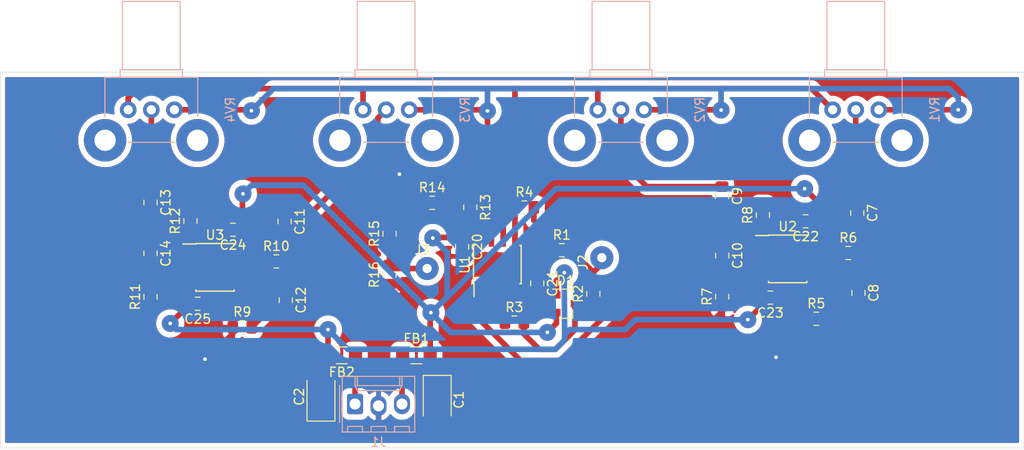
<source format=kicad_pcb>
(kicad_pcb (version 20171130) (host pcbnew 5.1.5+dfsg1-2build2)
  (layers (0 F.Cu signal) (31 B.Cu signal) (34 B.Paste user) (35 F.Paste user) (36 B.SilkS user) (37 F.SilkS user) (38 B.Mask user) (39 F.Mask user) (44 Edge.Cuts user))
  (net 0 "")
  (net 1 GND)
  (net 2 +5V)
  (net 3 -5V)
  (net 4 "Net-(C7-Pad2)")
  (net 5 "Net-(C7-Pad1)")
  (net 6 "Net-(C8-Pad2)")
  (net 7 "Net-(C10-Pad1)")
  (net 8 "Net-(C9-Pad1)")
  (net 9 "Net-(C10-Pad2)")
  (net 10 "Net-(C11-Pad2)")
  (net 11 "Net-(C11-Pad1)")
  (net 12 "Net-(C12-Pad2)")
  (net 13 "Net-(C13-Pad2)")
  (net 14 "Net-(C13-Pad1)")
  (net 15 "Net-(C14-Pad2)")
  (net 16 "Net-(D1-Pad3)")
  (net 17 "Net-(FB1-Pad1)")
  (net 18 "Net-(FB2-Pad1)")
  (net 19 "Net-(J2-Pad1)")
  (net 20 "Net-(J3-Pad1)")
  (net 21 "Net-(R3-Pad1)")
  (net 22 "Net-(R4-Pad2)")
  (net 23 "Net-(R4-Pad1)")
  (net 24 "Net-(R6-Pad1)")
  (net 25 "Net-(R8-Pad1)")
  (net 26 "Net-(R10-Pad1)")
  (net 27 "Net-(R12-Pad1)")
  (net 28 "Net-(R13-Pad2)")
  (net 29 "Net-(R13-Pad1)")
  (module synkie_footprints:SOIC-8_3.9x4.9mm_P1.27mm (layer F.Cu) (at 48.6334 46.5074)
    (fp_text reference U3 (at 0 -3.5) (layer F.SilkS))
    (fp_text value LMH6643)
    (pad 8 smd rect (at 2.7 -1.905) (size 1.55 0.6) (layers F.Cu F.Paste F.Mask) (net 2 +5V))
    (pad 7 smd rect (at 2.7 -0.635) (size 1.55 0.6) (layers F.Cu F.Paste F.Mask) (net 26 "Net-(R10-Pad1)"))
    (pad 6 smd rect (at 2.7 0.635) (size 1.55 0.6) (layers F.Cu F.Paste F.Mask) (net 26 "Net-(R10-Pad1)"))
    (pad 5 smd rect (at 2.7 1.905) (size 1.55 0.6) (layers F.Cu F.Paste F.Mask) (net 12 "Net-(C12-Pad2)"))
    (pad 4 smd rect (at -2.7 1.905) (size 1.55 0.6) (layers F.Cu F.Paste F.Mask) (net 3 -5V))
    (pad 3 smd rect (at -2.7 0.635) (size 1.55 0.6) (layers F.Cu F.Paste F.Mask) (net 15 "Net-(C14-Pad2)"))
    (pad 2 smd rect (at -2.7 -0.635) (size 1.55 0.6) (layers F.Cu F.Paste F.Mask) (net 27 "Net-(R12-Pad1)"))
    (pad 1 smd rect (at -2.7 -1.905) (size 1.55 0.6) (layers F.Cu F.Paste F.Mask) (net 27 "Net-(R12-Pad1)"))
  )
  (module synkie_footprints:SOIC-8_3.9x4.9mm_P1.27mm (layer F.Cu) (at 110.584 45.593)
    (fp_text reference U2 (at 0 -3.5) (layer F.SilkS))
    (fp_text value LMH6643)
    (pad 8 smd rect (at 2.7 -1.905) (size 1.55 0.6) (layers F.Cu F.Paste F.Mask) (net 2 +5V))
    (pad 7 smd rect (at 2.7 -0.635) (size 1.55 0.6) (layers F.Cu F.Paste F.Mask) (net 24 "Net-(R6-Pad1)"))
    (pad 6 smd rect (at 2.7 0.635) (size 1.55 0.6) (layers F.Cu F.Paste F.Mask) (net 24 "Net-(R6-Pad1)"))
    (pad 5 smd rect (at 2.7 1.905) (size 1.55 0.6) (layers F.Cu F.Paste F.Mask) (net 6 "Net-(C8-Pad2)"))
    (pad 4 smd rect (at -2.7 1.905) (size 1.55 0.6) (layers F.Cu F.Paste F.Mask) (net 3 -5V))
    (pad 3 smd rect (at -2.7 0.635) (size 1.55 0.6) (layers F.Cu F.Paste F.Mask) (net 9 "Net-(C10-Pad2)"))
    (pad 2 smd rect (at -2.7 -0.635) (size 1.55 0.6) (layers F.Cu F.Paste F.Mask) (net 25 "Net-(R8-Pad1)"))
    (pad 1 smd rect (at -2.7 -1.905) (size 1.55 0.6) (layers F.Cu F.Paste F.Mask) (net 25 "Net-(R8-Pad1)"))
  )
  (module synkie_footprints:SOIC-8_3.9x4.9mm_P1.27mm (layer F.Cu) (at 79.1718 46.2026 90)
    (fp_text reference U1 (at 0 -3.5 90) (layer F.SilkS))
    (fp_text value LMH6643)
    (pad 8 smd rect (at 2.7 -1.905 90) (size 1.55 0.6) (layers F.Cu F.Paste F.Mask) (net 2 +5V))
    (pad 7 smd rect (at 2.7 -0.635 90) (size 1.55 0.6) (layers F.Cu F.Paste F.Mask) (net 28 "Net-(R13-Pad2)"))
    (pad 6 smd rect (at 2.7 0.635 90) (size 1.55 0.6) (layers F.Cu F.Paste F.Mask) (net 29 "Net-(R13-Pad1)"))
    (pad 5 smd rect (at 2.7 1.905 90) (size 1.55 0.6) (layers F.Cu F.Paste F.Mask) (net 23 "Net-(R4-Pad1)"))
    (pad 4 smd rect (at -2.7 1.905 90) (size 1.55 0.6) (layers F.Cu F.Paste F.Mask) (net 3 -5V))
    (pad 3 smd rect (at -2.7 0.635 90) (size 1.55 0.6) (layers F.Cu F.Paste F.Mask) (net 21 "Net-(R3-Pad1)"))
    (pad 2 smd rect (at -2.7 -0.635 90) (size 1.55 0.6) (layers F.Cu F.Paste F.Mask) (net 22 "Net-(R4-Pad2)"))
    (pad 1 smd rect (at -2.7 -1.905 90) (size 1.55 0.6) (layers F.Cu F.Paste F.Mask) (net 22 "Net-(R4-Pad2)"))
  )
  (module synkie_footprints:Potentiometer_Alps_RK09K_Single_Horizontal (layer B.Cu) (at 39.243 29.464 90)
    (fp_text reference RV4 (at 0 11.05 90) (layer B.SilkS) (effects (justify mirror)))
    (fp_text value R_POT)
    (pad "" thru_hole circle (at -3.3 -2.5 90) (size 4.6 4.6) (drill 2.3) (layers *.Cu *.Mask))
    (pad "" thru_hole circle (at -3.3 7.5 90) (size 4.6 4.6) (drill 2.3) (layers *.Cu *.Mask))
    (pad 1 thru_hole circle (at 0 0 90) (size 1.8 1.8) (drill 1) (layers *.Cu *.Mask) (net 23 "Net-(R4-Pad1)"))
    (pad 2 thru_hole circle (at 0 2.5 90) (size 1.8 1.8) (drill 1) (layers *.Cu *.Mask) (net 14 "Net-(C13-Pad1)"))
    (pad 3 thru_hole circle (at 0 5 90) (size 1.8 1.8) (drill 1) (layers *.Cu *.Mask) (net 29 "Net-(R13-Pad1)"))
  )
  (module synkie_footprints:Potentiometer_Alps_RK09K_Single_Horizontal (layer B.Cu) (at 64.643 29.464 90)
    (fp_text reference RV3 (at 0 11.05 90) (layer B.SilkS) (effects (justify mirror)))
    (fp_text value R_POT)
    (pad "" thru_hole circle (at -3.3 -2.5 90) (size 4.6 4.6) (drill 2.3) (layers *.Cu *.Mask))
    (pad "" thru_hole circle (at -3.3 7.5 90) (size 4.6 4.6) (drill 2.3) (layers *.Cu *.Mask))
    (pad 1 thru_hole circle (at 0 0 90) (size 1.8 1.8) (drill 1) (layers *.Cu *.Mask) (net 23 "Net-(R4-Pad1)"))
    (pad 2 thru_hole circle (at 0 2.5 90) (size 1.8 1.8) (drill 1) (layers *.Cu *.Mask) (net 11 "Net-(C11-Pad1)"))
    (pad 3 thru_hole circle (at 0 5 90) (size 1.8 1.8) (drill 1) (layers *.Cu *.Mask) (net 29 "Net-(R13-Pad1)"))
  )
  (module synkie_footprints:Potentiometer_Alps_RK09K_Single_Horizontal (layer B.Cu) (at 90.043 29.464 90)
    (fp_text reference RV2 (at 0 11.05 90) (layer B.SilkS) (effects (justify mirror)))
    (fp_text value R_POT)
    (pad "" thru_hole circle (at -3.3 -2.5 90) (size 4.6 4.6) (drill 2.3) (layers *.Cu *.Mask))
    (pad "" thru_hole circle (at -3.3 7.5 90) (size 4.6 4.6) (drill 2.3) (layers *.Cu *.Mask))
    (pad 1 thru_hole circle (at 0 0 90) (size 1.8 1.8) (drill 1) (layers *.Cu *.Mask) (net 23 "Net-(R4-Pad1)"))
    (pad 2 thru_hole circle (at 0 2.5 90) (size 1.8 1.8) (drill 1) (layers *.Cu *.Mask) (net 8 "Net-(C9-Pad1)"))
    (pad 3 thru_hole circle (at 0 5 90) (size 1.8 1.8) (drill 1) (layers *.Cu *.Mask) (net 29 "Net-(R13-Pad1)"))
  )
  (module synkie_footprints:Potentiometer_Alps_RK09K_Single_Horizontal (layer B.Cu) (at 115.443 29.464 90)
    (fp_text reference RV1 (at 0 11.05 270) (layer B.SilkS) (effects (justify mirror)))
    (fp_text value R_POT)
    (pad "" thru_hole circle (at -3.3 -2.5 90) (size 4.6 4.6) (drill 2.3) (layers *.Cu *.Mask))
    (pad "" thru_hole circle (at -3.3 7.5 90) (size 4.6 4.6) (drill 2.3) (layers *.Cu *.Mask))
    (pad 1 thru_hole circle (at 0 0 90) (size 1.8 1.8) (drill 1) (layers *.Cu *.Mask) (net 23 "Net-(R4-Pad1)"))
    (pad 2 thru_hole circle (at 0 2.5 90) (size 1.8 1.8) (drill 1) (layers *.Cu *.Mask) (net 5 "Net-(C7-Pad1)"))
    (pad 3 thru_hole circle (at 0 5 90) (size 1.8 1.8) (drill 1) (layers *.Cu *.Mask) (net 29 "Net-(R13-Pad1)"))
  )
  (module synkie_footprints:R_0805_2012Metric_Pad1.15x1.40mm_HandSolder (layer F.Cu) (at 67.5132 47.3038 90)
    (fp_text reference R16 (at 0 -1.65 90) (layer F.SilkS))
    (fp_text value 75)
    (pad 2 smd roundrect (at 1.025 0 90) (size 1.15 1.4) (layers F.Cu F.Paste F.Mask) (roundrect_rratio 0.217391) (net 20 "Net-(J3-Pad1)"))
    (pad 1 smd roundrect (at -1.025 0 90) (size 1.15 1.4) (layers F.Cu F.Paste F.Mask) (roundrect_rratio 0.217391) (net 1 GND))
  )
  (module synkie_footprints:R_0805_2012Metric_Pad1.15x1.40mm_HandSolder (layer F.Cu) (at 67.5132 42.8662 90)
    (fp_text reference R15 (at 0 -1.65 90) (layer F.SilkS))
    (fp_text value 75)
    (pad 2 smd roundrect (at 1.025 0 90) (size 1.15 1.4) (layers F.Cu F.Paste F.Mask) (roundrect_rratio 0.217391) (net 28 "Net-(R13-Pad2)"))
    (pad 1 smd roundrect (at -1.025 0 90) (size 1.15 1.4) (layers F.Cu F.Paste F.Mask) (roundrect_rratio 0.217391) (net 20 "Net-(J3-Pad1)"))
  )
  (module synkie_footprints:R_0805_2012Metric_Pad1.15x1.40mm_HandSolder (layer F.Cu) (at 72.127 39.5224)
    (fp_text reference R14 (at 0 -1.65) (layer F.SilkS))
    (fp_text value 10k)
    (pad 2 smd roundrect (at 1.025 0) (size 1.15 1.4) (layers F.Cu F.Paste F.Mask) (roundrect_rratio 0.217391) (net 29 "Net-(R13-Pad1)"))
    (pad 1 smd roundrect (at -1.025 0) (size 1.15 1.4) (layers F.Cu F.Paste F.Mask) (roundrect_rratio 0.217391) (net 1 GND))
  )
  (module synkie_footprints:R_0805_2012Metric_Pad1.15x1.40mm_HandSolder (layer F.Cu) (at 76.2508 40.0214 270)
    (fp_text reference R13 (at 0 -1.65 90) (layer F.SilkS))
    (fp_text value 10k)
    (pad 2 smd roundrect (at 1.025 0 270) (size 1.15 1.4) (layers F.Cu F.Paste F.Mask) (roundrect_rratio 0.217391) (net 28 "Net-(R13-Pad2)"))
    (pad 1 smd roundrect (at -1.025 0 270) (size 1.15 1.4) (layers F.Cu F.Paste F.Mask) (roundrect_rratio 0.217391) (net 29 "Net-(R13-Pad1)"))
  )
  (module synkie_footprints:R_0805_2012Metric_Pad1.15x1.40mm_HandSolder (layer F.Cu) (at 45.974 41.4946 90)
    (fp_text reference R12 (at 0 -1.65 90) (layer F.SilkS))
    (fp_text value 100)
    (pad 2 smd roundrect (at 1.025 0 90) (size 1.15 1.4) (layers F.Cu F.Paste F.Mask) (roundrect_rratio 0.217391) (net 13 "Net-(C13-Pad2)"))
    (pad 1 smd roundrect (at -1.025 0 90) (size 1.15 1.4) (layers F.Cu F.Paste F.Mask) (roundrect_rratio 0.217391) (net 27 "Net-(R12-Pad1)"))
  )
  (module synkie_footprints:R_0805_2012Metric_Pad1.15x1.40mm_HandSolder (layer F.Cu) (at 41.656 49.6988 90)
    (fp_text reference R11 (at 0 -1.65 90) (layer F.SilkS))
    (fp_text value ?)
    (pad 2 smd roundrect (at 1.025 0 90) (size 1.15 1.4) (layers F.Cu F.Paste F.Mask) (roundrect_rratio 0.217391) (net 15 "Net-(C14-Pad2)"))
    (pad 1 smd roundrect (at -1.025 0 90) (size 1.15 1.4) (layers F.Cu F.Paste F.Mask) (roundrect_rratio 0.217391) (net 1 GND))
  )
  (module synkie_footprints:R_0805_2012Metric_Pad1.15x1.40mm_HandSolder (layer F.Cu) (at 55.2614 45.8724)
    (fp_text reference R10 (at 0 -1.65) (layer F.SilkS))
    (fp_text value 75)
    (pad 2 smd roundrect (at 1.025 0) (size 1.15 1.4) (layers F.Cu F.Paste F.Mask) (roundrect_rratio 0.217391) (net 10 "Net-(C11-Pad2)"))
    (pad 1 smd roundrect (at -1.025 0) (size 1.15 1.4) (layers F.Cu F.Paste F.Mask) (roundrect_rratio 0.217391) (net 26 "Net-(R10-Pad1)"))
  )
  (module synkie_footprints:R_0805_2012Metric_Pad1.15x1.40mm_HandSolder (layer F.Cu) (at 51.5784 52.9844)
    (fp_text reference R9 (at 0 -1.65) (layer F.SilkS))
    (fp_text value 16k)
    (pad 1 smd roundrect (at -1.025 0) (size 1.15 1.4) (layers F.Cu F.Paste F.Mask) (roundrect_rratio 0.217391) (net 1 GND))
    (pad 2 smd roundrect (at 1.025 0) (size 1.15 1.4) (layers F.Cu F.Paste F.Mask) (roundrect_rratio 0.217391) (net 12 "Net-(C12-Pad2)"))
  )
  (module synkie_footprints:R_0805_2012Metric_Pad1.15x1.40mm_HandSolder (layer F.Cu) (at 107.8992 40.8522 90)
    (fp_text reference R8 (at 0 -1.65 90) (layer F.SilkS))
    (fp_text value 100)
    (pad 2 smd roundrect (at 1.025 0 90) (size 1.15 1.4) (layers F.Cu F.Paste F.Mask) (roundrect_rratio 0.217391) (net 7 "Net-(C10-Pad1)"))
    (pad 1 smd roundrect (at -1.025 0 90) (size 1.15 1.4) (layers F.Cu F.Paste F.Mask) (roundrect_rratio 0.217391) (net 25 "Net-(R8-Pad1)"))
  )
  (module synkie_footprints:R_0805_2012Metric_Pad1.15x1.40mm_HandSolder (layer F.Cu) (at 103.505 49.6824 90)
    (fp_text reference R7 (at 0 -1.65 90) (layer F.SilkS))
    (fp_text value 100k)
    (pad 2 smd roundrect (at 1.025 0 90) (size 1.15 1.4) (layers F.Cu F.Paste F.Mask) (roundrect_rratio 0.217391) (net 9 "Net-(C10-Pad2)"))
    (pad 1 smd roundrect (at -1.025 0 90) (size 1.15 1.4) (layers F.Cu F.Paste F.Mask) (roundrect_rratio 0.217391) (net 1 GND))
  )
  (module synkie_footprints:R_0805_2012Metric_Pad1.15x1.40mm_HandSolder (layer F.Cu) (at 117.1358 44.958)
    (fp_text reference R6 (at 0 -1.65) (layer F.SilkS))
    (fp_text value 100)
    (pad 2 smd roundrect (at 1.025 0) (size 1.15 1.4) (layers F.Cu F.Paste F.Mask) (roundrect_rratio 0.217391) (net 4 "Net-(C7-Pad2)"))
    (pad 1 smd roundrect (at -1.025 0) (size 1.15 1.4) (layers F.Cu F.Paste F.Mask) (roundrect_rratio 0.217391) (net 24 "Net-(R6-Pad1)"))
  )
  (module synkie_footprints:R_0805_2012Metric_Pad1.15x1.40mm_HandSolder (layer F.Cu) (at 113.674 52.07)
    (fp_text reference R5 (at 0 -1.65) (layer F.SilkS))
    (fp_text value 1M)
    (pad 2 smd roundrect (at 1.025 0) (size 1.15 1.4) (layers F.Cu F.Paste F.Mask) (roundrect_rratio 0.217391) (net 6 "Net-(C8-Pad2)"))
    (pad 1 smd roundrect (at -1.025 0) (size 1.15 1.4) (layers F.Cu F.Paste F.Mask) (roundrect_rratio 0.217391) (net 1 GND))
  )
  (module synkie_footprints:R_0805_2012Metric_Pad1.15x1.40mm_HandSolder (layer F.Cu) (at 82.1018 40.0304)
    (fp_text reference R4 (at 0 -1.65) (layer F.SilkS))
    (fp_text value 10k)
    (pad 2 smd roundrect (at 1.025 0) (size 1.15 1.4) (layers F.Cu F.Paste F.Mask) (roundrect_rratio 0.217391) (net 22 "Net-(R4-Pad2)"))
    (pad 1 smd roundrect (at -1.025 0) (size 1.15 1.4) (layers F.Cu F.Paste F.Mask) (roundrect_rratio 0.217391) (net 23 "Net-(R4-Pad1)"))
  )
  (module synkie_footprints:R_0805_2012Metric_Pad1.15x1.40mm_HandSolder (layer F.Cu) (at 81.017 52.4764)
    (fp_text reference R3 (at 0 -1.65) (layer F.SilkS))
    (fp_text value 1k)
    (pad 2 smd roundrect (at 1.025 0) (size 1.15 1.4) (layers F.Cu F.Paste F.Mask) (roundrect_rratio 0.217391) (net 16 "Net-(D1-Pad3)"))
    (pad 1 smd roundrect (at -1.025 0) (size 1.15 1.4) (layers F.Cu F.Paste F.Mask) (roundrect_rratio 0.217391) (net 21 "Net-(R3-Pad1)"))
  )
  (module synkie_footprints:R_0805_2012Metric_Pad1.15x1.40mm_HandSolder (layer F.Cu) (at 89.5604 49.3686 90)
    (fp_text reference R2 (at 0 -1.65 90) (layer F.SilkS))
    (fp_text value 75)
    (pad 2 smd roundrect (at 1.025 0 90) (size 1.15 1.4) (layers F.Cu F.Paste F.Mask) (roundrect_rratio 0.217391) (net 19 "Net-(J2-Pad1)"))
    (pad 1 smd roundrect (at -1.025 0 90) (size 1.15 1.4) (layers F.Cu F.Paste F.Mask) (roundrect_rratio 0.217391) (net 16 "Net-(D1-Pad3)"))
  )
  (module synkie_footprints:R_0805_2012Metric_Pad1.15x1.40mm_HandSolder (layer F.Cu) (at 86.1478 44.6532)
    (fp_text reference R1 (at 0 -1.65) (layer F.SilkS))
    (fp_text value 10k)
    (pad 2 smd roundrect (at 1.025 0) (size 1.15 1.4) (layers F.Cu F.Paste F.Mask) (roundrect_rratio 0.217391) (net 19 "Net-(J2-Pad1)"))
    (pad 1 smd roundrect (at -1.025 0) (size 1.15 1.4) (layers F.Cu F.Paste F.Mask) (roundrect_rratio 0.217391) (net 1 GND))
  )
  (module synkie_footprints:Solderpad_1mm (layer F.Cu) (at 71.0692 46.3804 180)
    (fp_text reference J3 (at 0 1.778) (layer F.SilkS))
    (fp_text value OUT)
    (pad 1 thru_hole circle (at -0.508 -0.254 180) (size 2.5 2.5) (drill 1) (layers *.Cu *.Mask) (net 20 "Net-(J3-Pad1)"))
  )
  (module synkie_footprints:Solderpad_1mm (layer F.Cu) (at 90.2208 45.974 270)
    (fp_text reference J2 (at 0 1.778 90) (layer F.SilkS))
    (fp_text value IN)
    (pad 1 thru_hole circle (at -0.508 -0.254 270) (size 2.5 2.5) (drill 1) (layers *.Cu *.Mask) (net 19 "Net-(J2-Pad1)"))
  )
  (module synkie_footprints:Molex_KK-254_AE-6410-03A_1x03_P2.54mm_Vertical (layer B.Cu) (at 63.7794 61.2934)
    (fp_text reference J1 (at 2.54 4.12) (layer B.SilkS) (effects (justify mirror)))
    (fp_text value Power)
    (pad 3 thru_hole oval (at 5.08 0) (size 1.74 2.2) (drill 1.2) (layers *.Cu *.Mask) (net 17 "Net-(FB1-Pad1)"))
    (pad 2 thru_hole oval (at 2.54 0.2) (size 1.74 2.2) (drill 1.2) (layers *.Cu *.Mask) (net 1 GND))
    (pad 1 thru_hole roundrect (at 0 0) (size 1.74 2.2) (drill 1.2) (layers *.Cu *.Mask) (roundrect_rratio 0.143678) (net 18 "Net-(FB2-Pad1)"))
  )
  (module synkie_footprints:L_1206_3216Metric_Pad1.42x1.75mm_HandSolder (layer F.Cu) (at 62.3459 56.0324 180)
    (fp_text reference FB2 (at 0 -1.82) (layer F.SilkS))
    (fp_text value 330u)
    (pad 2 smd roundrect (at 1.4875 0 180) (size 1.425 1.75) (layers F.Cu F.Paste F.Mask) (roundrect_rratio 0.175439) (net 3 -5V))
    (pad 1 smd roundrect (at -1.4875 0 180) (size 1.425 1.75) (layers F.Cu F.Paste F.Mask) (roundrect_rratio 0.175439) (net 18 "Net-(FB2-Pad1)"))
  )
  (module synkie_footprints:L_1206_3216Metric_Pad1.42x1.75mm_HandSolder (layer F.Cu) (at 70.4199 56.0324)
    (fp_text reference FB1 (at 0 -1.82) (layer F.SilkS))
    (fp_text value 330u)
    (pad 2 smd roundrect (at 1.4875 0) (size 1.425 1.75) (layers F.Cu F.Paste F.Mask) (roundrect_rratio 0.175439) (net 2 +5V))
    (pad 1 smd roundrect (at -1.4875 0) (size 1.425 1.75) (layers F.Cu F.Paste F.Mask) (roundrect_rratio 0.175439) (net 17 "Net-(FB1-Pad1)"))
  )
  (module synkie_footprints:SOT-23 (layer F.Cu) (at 86.5632 50.4444)
    (fp_text reference D1 (at 0 -2.5) (layer F.SilkS))
    (fp_text value BAT54S)
    (pad 3 smd rect (at 1 0) (size 0.9 0.8) (layers F.Cu F.Paste F.Mask) (net 16 "Net-(D1-Pad3)"))
    (pad 2 smd rect (at -1 0.95) (size 0.9 0.8) (layers F.Cu F.Paste F.Mask) (net 2 +5V))
    (pad 1 smd rect (at -1 -0.95) (size 0.9 0.8) (layers F.Cu F.Paste F.Mask) (net 3 -5V))
  )
  (module synkie_footprints:C_0805_2012Metric_Pad1.15x1.40mm_HandSolder (layer F.Cu) (at 46.7614 50.4444 180)
    (fp_text reference C25 (at 0 -1.65) (layer F.SilkS))
    (fp_text value 100n)
    (pad 2 smd roundrect (at 1.025 0 180) (size 1.15 1.4) (layers F.Cu F.Paste F.Mask) (roundrect_rratio 0.217391) (net 3 -5V))
    (pad 1 smd roundrect (at -1.025 0 180) (size 1.15 1.4) (layers F.Cu F.Paste F.Mask) (roundrect_rratio 0.217391) (net 1 GND))
  )
  (module synkie_footprints:C_0805_2012Metric_Pad1.15x1.40mm_HandSolder (layer F.Cu) (at 50.5714 42.4434 180)
    (fp_text reference C24 (at 0 -1.65) (layer F.SilkS))
    (fp_text value 100n)
    (pad 2 smd roundrect (at 1.025 0 180) (size 1.15 1.4) (layers F.Cu F.Paste F.Mask) (roundrect_rratio 0.217391) (net 1 GND))
    (pad 1 smd roundrect (at -1.025 0 180) (size 1.15 1.4) (layers F.Cu F.Paste F.Mask) (roundrect_rratio 0.217391) (net 2 +5V))
  )
  (module synkie_footprints:C_0805_2012Metric_Pad1.15x1.40mm_HandSolder (layer F.Cu) (at 108.703 49.784 180)
    (fp_text reference C23 (at 0 -1.65) (layer F.SilkS))
    (fp_text value 100n)
    (pad 2 smd roundrect (at 1.025 0 180) (size 1.15 1.4) (layers F.Cu F.Paste F.Mask) (roundrect_rratio 0.217391) (net 3 -5V))
    (pad 1 smd roundrect (at -1.025 0 180) (size 1.15 1.4) (layers F.Cu F.Paste F.Mask) (roundrect_rratio 0.217391) (net 1 GND))
  )
  (module synkie_footprints:C_0805_2012Metric_Pad1.15x1.40mm_HandSolder (layer F.Cu) (at 112.522 41.529 180)
    (fp_text reference C22 (at 0 -1.65) (layer F.SilkS))
    (fp_text value 100n)
    (pad 2 smd roundrect (at 1.025 0 180) (size 1.15 1.4) (layers F.Cu F.Paste F.Mask) (roundrect_rratio 0.217391) (net 1 GND))
    (pad 1 smd roundrect (at -1.025 0 180) (size 1.15 1.4) (layers F.Cu F.Paste F.Mask) (roundrect_rratio 0.217391) (net 2 +5V))
  )
  (module synkie_footprints:C_0805_2012Metric_Pad1.15x1.40mm_HandSolder (layer F.Cu) (at 83.4898 48.2346 270)
    (fp_text reference C21 (at 0 -1.65 90) (layer F.SilkS))
    (fp_text value 100n)
    (pad 2 smd roundrect (at 1.025 0 270) (size 1.15 1.4) (layers F.Cu F.Paste F.Mask) (roundrect_rratio 0.217391) (net 3 -5V))
    (pad 1 smd roundrect (at -1.025 0 270) (size 1.15 1.4) (layers F.Cu F.Paste F.Mask) (roundrect_rratio 0.217391) (net 1 GND))
  )
  (module synkie_footprints:C_0805_2012Metric_Pad1.15x1.40mm_HandSolder (layer F.Cu) (at 75.3618 44.2976 270)
    (fp_text reference C20 (at 0 -1.65 90) (layer F.SilkS))
    (fp_text value 100n)
    (pad 2 smd roundrect (at 1.025 0 270) (size 1.15 1.4) (layers F.Cu F.Paste F.Mask) (roundrect_rratio 0.217391) (net 1 GND))
    (pad 1 smd roundrect (at -1.025 0 270) (size 1.15 1.4) (layers F.Cu F.Paste F.Mask) (roundrect_rratio 0.217391) (net 2 +5V))
  )
  (module synkie_footprints:C_0805_2012Metric_Pad1.15x1.40mm_HandSolder (layer F.Cu) (at 41.656 44.9998 270)
    (fp_text reference C14 (at 0 -1.65 90) (layer F.SilkS))
    (fp_text value C_Small)
    (pad 2 smd roundrect (at 1.025 0 270) (size 1.15 1.4) (layers F.Cu F.Paste F.Mask) (roundrect_rratio 0.217391) (net 15 "Net-(C14-Pad2)"))
    (pad 1 smd roundrect (at -1.025 0 270) (size 1.15 1.4) (layers F.Cu F.Paste F.Mask) (roundrect_rratio 0.217391) (net 13 "Net-(C13-Pad2)"))
  )
  (module synkie_footprints:C_0805_2012Metric_Pad1.15x1.40mm_HandSolder (layer F.Cu) (at 41.656 39.488 270)
    (fp_text reference C13 (at 0 -1.65 90) (layer F.SilkS))
    (fp_text value C_Small)
    (pad 1 smd roundrect (at -1.025 0 270) (size 1.15 1.4) (layers F.Cu F.Paste F.Mask) (roundrect_rratio 0.217391) (net 14 "Net-(C13-Pad1)"))
    (pad 2 smd roundrect (at 1.025 0 270) (size 1.15 1.4) (layers F.Cu F.Paste F.Mask) (roundrect_rratio 0.217391) (net 13 "Net-(C13-Pad2)"))
  )
  (module synkie_footprints:C_0805_2012Metric_Pad1.15x1.40mm_HandSolder (layer F.Cu) (at 56.2864 50.0544 270)
    (fp_text reference C12 (at 0 -1.65 90) (layer F.SilkS))
    (fp_text value 47p)
    (pad 2 smd roundrect (at 1.025 0 270) (size 1.15 1.4) (layers F.Cu F.Paste F.Mask) (roundrect_rratio 0.217391) (net 12 "Net-(C12-Pad2)"))
    (pad 1 smd roundrect (at -1.025 0 270) (size 1.15 1.4) (layers F.Cu F.Paste F.Mask) (roundrect_rratio 0.217391) (net 10 "Net-(C11-Pad2)"))
  )
  (module synkie_footprints:C_0805_2012Metric_Pad1.15x1.40mm_HandSolder (layer F.Cu) (at 56.1594 41.5454 270)
    (fp_text reference C11 (at 0 -1.65 90) (layer F.SilkS))
    (fp_text value 22p)
    (pad 2 smd roundrect (at 1.025 0 270) (size 1.15 1.4) (layers F.Cu F.Paste F.Mask) (roundrect_rratio 0.217391) (net 10 "Net-(C11-Pad2)"))
    (pad 1 smd roundrect (at -1.025 0 270) (size 1.15 1.4) (layers F.Cu F.Paste F.Mask) (roundrect_rratio 0.217391) (net 11 "Net-(C11-Pad1)"))
  )
  (module synkie_footprints:C_0805_2012Metric_Pad1.15x1.40mm_HandSolder (layer F.Cu) (at 103.505 45.2374 270)
    (fp_text reference C10 (at 0 -1.65 90) (layer F.SilkS))
    (fp_text value 1n)
    (pad 2 smd roundrect (at 1.025 0 270) (size 1.15 1.4) (layers F.Cu F.Paste F.Mask) (roundrect_rratio 0.217391) (net 9 "Net-(C10-Pad2)"))
    (pad 1 smd roundrect (at -1.025 0 270) (size 1.15 1.4) (layers F.Cu F.Paste F.Mask) (roundrect_rratio 0.217391) (net 7 "Net-(C10-Pad1)"))
  )
  (module synkie_footprints:C_0805_2012Metric_Pad1.15x1.40mm_HandSolder (layer F.Cu) (at 103.4796 38.8022 270)
    (fp_text reference C9 (at 0 -1.65 90) (layer F.SilkS))
    (fp_text value 10n)
    (pad 2 smd roundrect (at 1.025 0 270) (size 1.15 1.4) (layers F.Cu F.Paste F.Mask) (roundrect_rratio 0.217391) (net 7 "Net-(C10-Pad1)"))
    (pad 1 smd roundrect (at -1.025 0 270) (size 1.15 1.4) (layers F.Cu F.Paste F.Mask) (roundrect_rratio 0.217391) (net 8 "Net-(C9-Pad1)"))
  )
  (module synkie_footprints:C_0805_2012Metric_Pad1.15x1.40mm_HandSolder (layer F.Cu) (at 118.237 49.267 270)
    (fp_text reference C8 (at 0 -1.65 90) (layer F.SilkS))
    (fp_text value 100n)
    (pad 2 smd roundrect (at 1.025 0 270) (size 1.15 1.4) (layers F.Cu F.Paste F.Mask) (roundrect_rratio 0.217391) (net 6 "Net-(C8-Pad2)"))
    (pad 1 smd roundrect (at -1.025 0 270) (size 1.15 1.4) (layers F.Cu F.Paste F.Mask) (roundrect_rratio 0.217391) (net 4 "Net-(C7-Pad2)"))
  )
  (module synkie_footprints:C_0805_2012Metric_Pad1.15x1.40mm_HandSolder (layer F.Cu) (at 118.11 40.631 270)
    (fp_text reference C7 (at 0 -1.65 90) (layer F.SilkS))
    (fp_text value 1u)
    (pad 2 smd roundrect (at 1.025 0 270) (size 1.15 1.4) (layers F.Cu F.Paste F.Mask) (roundrect_rratio 0.217391) (net 4 "Net-(C7-Pad2)"))
    (pad 1 smd roundrect (at -1.025 0 270) (size 1.15 1.4) (layers F.Cu F.Paste F.Mask) (roundrect_rratio 0.217391) (net 5 "Net-(C7-Pad1)"))
  )
  (module synkie_footprints:CP_EIA-3528-21_Kemet-B_Pad1.50x2.35mm_HandSolder (layer F.Cu) (at 60.0964 60.5034 90)
    (fp_text reference C2 (at 0 -2.35 90) (layer F.SilkS))
    (fp_text value 10u)
    (pad 2 smd roundrect (at 1.625 0 90) (size 1.5 2.35) (layers F.Cu F.Paste F.Mask) (roundrect_rratio 0.166667) (net 3 -5V))
    (pad 1 smd roundrect (at -1.625 0 90) (size 1.5 2.35) (layers F.Cu F.Paste F.Mask) (roundrect_rratio 0.166667) (net 1 GND))
  )
  (module synkie_footprints:CP_EIA-3528-21_Kemet-B_Pad1.50x2.35mm_HandSolder (layer F.Cu) (at 72.6694 60.8324 270)
    (fp_text reference C1 (at 0 -2.35 90) (layer F.SilkS))
    (fp_text value 10u)
    (pad 2 smd roundrect (at 1.625 0 270) (size 1.5 2.35) (layers F.Cu F.Paste F.Mask) (roundrect_rratio 0.166667) (net 1 GND))
    (pad 1 smd roundrect (at -1.625 0 270) (size 1.5 2.35) (layers F.Cu F.Paste F.Mask) (roundrect_rratio 0.166667) (net 2 +5V))
  )
  (gr_line (start 25.4 66.04) (end 25.4 25.4) (layer Edge.Cuts) (width 0.05))
  (gr_line (start 136.144 66.04) (end 25.4 66.04) (layer Edge.Cuts) (width 0.05))
  (gr_line (start 136.144 25.4) (end 136.144 66.04) (layer Edge.Cuts) (width 0.05))
  (gr_line (start 25.4 25.4) (end 136.144 25.4) (layer Edge.Cuts) (width 0.05))
  (segment (start 49.5464 43.1434) (end 49.5464 42.4434) (width 0.6096) (layer F.Cu) (net 1))
  (segment (start 49.5464 49.2594) (end 49.5464 43.1434) (width 0.6096) (layer F.Cu) (net 1))
  (segment (start 48.3614 50.4444) (end 49.5464 49.2594) (width 0.6096) (layer F.Cu) (net 1))
  (segment (start 47.7864 50.4444) (end 48.3614 50.4444) (width 0.6096) (layer F.Cu) (net 1))
  (segment (start 83.4898 46.6346) (end 83.4898 47.2096) (width 0.6096) (layer F.Cu) (net 1))
  (segment (start 82.1778 45.3226) (end 83.4898 46.6346) (width 0.6096) (layer F.Cu) (net 1))
  (segment (start 75.3618 45.3226) (end 82.1778 45.3226) (width 0.6096) (layer F.Cu) (net 1))
  (segment (start 110.303 49.784) (end 109.728 49.784) (width 0.6096) (layer F.Cu) (net 1))
  (segment (start 111.497 48.59) (end 110.303 49.784) (width 0.6096) (layer F.Cu) (net 1))
  (segment (start 111.497 41.529) (end 111.497 48.59) (width 0.6096) (layer F.Cu) (net 1))
  (segment (start 68.2132 48.3288) (end 67.5132 48.3288) (width 0.6096) (layer F.Cu) (net 1))
  (segment (start 68.683201 48.798801) (end 68.2132 48.3288) (width 0.6096) (layer F.Cu) (net 1))
  (segment (start 75.3618 46.053114) (end 72.616113 48.798801) (width 0.6096) (layer F.Cu) (net 1))
  (segment (start 72.616113 48.798801) (end 68.683201 48.798801) (width 0.6096) (layer F.Cu) (net 1))
  (segment (start 75.3618 45.3226) (end 75.3618 46.053114) (width 0.6096) (layer F.Cu) (net 1))
  (segment (start 70.527 39.5224) (end 71.102 39.5224) (width 0.6096) (layer F.Cu) (net 1))
  (segment (start 67.410272 39.5224) (end 70.527 39.5224) (width 0.6096) (layer F.Cu) (net 1))
  (segment (start 65.89879 41.033882) (end 67.410272 39.5224) (width 0.6096) (layer F.Cu) (net 1))
  (segment (start 66.8132 48.3288) (end 65.89879 47.41439) (width 0.6096) (layer F.Cu) (net 1))
  (segment (start 67.5132 48.3288) (end 66.8132 48.3288) (width 0.6096) (layer F.Cu) (net 1))
  (segment (start 82.8472 44.6532) (end 82.1778 45.3226) (width 0.6096) (layer F.Cu) (net 1))
  (segment (start 85.1228 44.6532) (end 82.8472 44.6532) (width 0.6096) (layer F.Cu) (net 1))
  (segment (start 50.5534 53.6844) (end 50.5534 52.9844) (width 0.6096) (layer F.Cu) (net 1))
  (segment (start 49.830999 54.406801) (end 50.5534 53.6844) (width 0.6096) (layer F.Cu) (net 1))
  (segment (start 41.656 53.151026) (end 42.911775 54.406801) (width 0.6096) (layer F.Cu) (net 1))
  (segment (start 41.656 50.7238) (end 41.656 53.151026) (width 0.6096) (layer F.Cu) (net 1))
  (segment (start 47.7864 54.3904) (end 47.8028 54.4068) (width 0.6096) (layer F.Cu) (net 1))
  (segment (start 47.7864 50.4444) (end 47.7864 54.3904) (width 0.6096) (layer F.Cu) (net 1))
  (segment (start 47.8028 54.4068) (end 49.830999 54.406801) (width 0.6096) (layer F.Cu) (net 1))
  (segment (start 42.911775 54.406801) (end 47.8028 54.4068) (width 0.6096) (layer F.Cu) (net 1))
  (segment (start 112.649 52.77) (end 112.649 52.07) (width 0.6096) (layer F.Cu) (net 1))
  (segment (start 111.418599 54.000401) (end 112.649 52.77) (width 0.6096) (layer F.Cu) (net 1))
  (segment (start 103.505 52.109626) (end 105.395775 54.000401) (width 0.6096) (layer F.Cu) (net 1))
  (segment (start 103.505 50.7074) (end 103.505 52.109626) (width 0.6096) (layer F.Cu) (net 1))
  (segment (start 109.728 49.784) (end 109.728 50.484) (width 0.6096) (layer F.Cu) (net 1))
  (segment (start 109.728 50.484) (end 109.728 54.0512) (width 0.6096) (layer F.Cu) (net 1))
  (segment (start 109.728 54.0512) (end 111.418599 54.000401) (width 0.6096) (layer F.Cu) (net 1))
  (segment (start 105.395775 54.000401) (end 109.728 54.0512) (width 0.6096) (layer F.Cu) (net 1))
  (segment (start 60.8464 62.8784) (end 60.0964 62.1284) (width 0.6096) (layer F.Cu) (net 1))
  (segment (start 61.27581 63.30781) (end 60.8464 62.8784) (width 0.6096) (layer F.Cu) (net 1))
  (segment (start 72.6694 62.4574) (end 71.81899 63.30781) (width 0.6096) (layer F.Cu) (net 1))
  (segment (start 66.3194 63.3222) (end 66.3448 63.3476) (width 0.6096) (layer F.Cu) (net 1))
  (segment (start 66.3194 61.4934) (end 66.3194 63.3222) (width 0.6096) (layer F.Cu) (net 1))
  (segment (start 66.3448 63.3476) (end 61.27581 63.30781) (width 0.6096) (layer F.Cu) (net 1))
  (segment (start 71.81899 63.30781) (end 66.3448 63.3476) (width 0.6096) (layer F.Cu) (net 1))
  (segment (start 56.802598 61.3784) (end 49.830999 54.406801) (width 0.6096) (layer F.Cu) (net 1))
  (segment (start 59.3464 61.3784) (end 56.802598 61.3784) (width 0.6096) (layer F.Cu) (net 1))
  (segment (start 60.0964 62.1284) (end 59.3464 61.3784) (width 0.6096) (layer F.Cu) (net 1))
  (segment (start 72.6694 62.4574) (end 73.9406 62.4574) (width 0.6096) (layer F.Cu) (net 1))
  (segment (start 65.89879 47.41439) (end 65.89879 41.033882) (width 0.6096) (layer F.Cu) (net 1))
  (segment (start 92.33 62.4574) (end 72.6694 62.4574) (width 0.6096) (layer F.Cu) (net 1))
  (segment (start 103.505 51.2824) (end 92.33 62.4574) (width 0.6096) (layer F.Cu) (net 1))
  (segment (start 103.505 50.7074) (end 103.505 51.2824) (width 0.6096) (layer F.Cu) (net 1))
  (via (at 47.5488 56.4388) (size 1.8288) (drill 0.4) (layers F.Cu B.Cu) (net 1))
  (via (at 109.3216 56.2356) (size 1.8288) (drill 0.4) (layers F.Cu B.Cu) (net 1))
  (via (at 68.58 36.4236) (size 1.8288) (drill 0.4) (layers F.Cu B.Cu) (net 1))
  (segment (start 51.3334 42.7064) (end 51.5964 42.4434) (width 0.6096) (layer F.Cu) (net 2))
  (segment (start 51.3334 44.6024) (end 51.3334 42.7064) (width 0.6096) (layer F.Cu) (net 2))
  (segment (start 75.5918 43.5026) (end 75.3618 43.2726) (width 0.6096) (layer F.Cu) (net 2))
  (segment (start 77.2668 43.5026) (end 75.5918 43.5026) (width 0.6096) (layer F.Cu) (net 2))
  (segment (start 113.547 43.425) (end 113.284 43.688) (width 0.6096) (layer F.Cu) (net 2))
  (segment (start 113.547 41.529) (end 113.547 43.425) (width 0.6096) (layer F.Cu) (net 2))
  (via (at 72.1868 43.3324) (size 1.8288) (drill 0.4) (layers F.Cu B.Cu) (net 2))
  (segment (start 72.2466 43.2726) (end 72.1868 43.3324) (width 0.6096) (layer F.Cu) (net 2))
  (segment (start 75.3618 43.2726) (end 72.2466 43.2726) (width 0.6096) (layer F.Cu) (net 2))
  (via (at 84.582 53.5432) (size 1.8288) (drill 0.4) (layers F.Cu B.Cu) (net 2))
  (segment (start 85.5632 52.562) (end 84.582 53.5432) (width 0.6096) (layer F.Cu) (net 2))
  (segment (start 85.5632 51.3944) (end 85.5632 52.562) (width 0.6096) (layer F.Cu) (net 2))
  (via (at 112.4204 37.9984) (size 1.8288) (drill 0.4) (layers F.Cu B.Cu) (net 2))
  (segment (start 113.547 39.125) (end 112.4204 37.9984) (width 0.6096) (layer F.Cu) (net 2))
  (segment (start 113.547 41.529) (end 113.547 39.125) (width 0.6096) (layer F.Cu) (net 2))
  (segment (start 71.9074 58.4454) (end 72.6694 59.2074) (width 0.6096) (layer F.Cu) (net 2))
  (segment (start 71.9074 56.0324) (end 71.9074 58.4454) (width 0.6096) (layer F.Cu) (net 2))
  (via (at 51.6636 38.5572) (size 1.8288) (drill 0.4) (layers F.Cu B.Cu) (net 2))
  (segment (start 51.5964 38.6244) (end 51.6636 38.5572) (width 0.6096) (layer F.Cu) (net 2))
  (segment (start 51.5964 42.4434) (end 51.5964 38.6244) (width 0.6096) (layer F.Cu) (net 2))
  (via (at 71.9836 51.4096) (size 1.8288) (drill 0.4) (layers F.Cu B.Cu) (net 2))
  (segment (start 71.9074 51.4858) (end 71.9836 51.4096) (width 0.6096) (layer F.Cu) (net 2))
  (segment (start 71.9074 56.0324) (end 71.9074 51.4858) (width 0.6096) (layer F.Cu) (net 2))
  (segment (start 73.101199 44.246799) (end 72.1868 43.3324) (width 0.6096) (layer B.Cu) (net 2))
  (segment (start 73.741601 49.651599) (end 73.741601 44.887201) (width 0.6096) (layer B.Cu) (net 2))
  (segment (start 73.741601 44.887201) (end 73.101199 44.246799) (width 0.6096) (layer B.Cu) (net 2))
  (segment (start 52.577999 37.642801) (end 51.6636 38.5572) (width 0.6096) (layer B.Cu) (net 2))
  (segment (start 58.216801 37.642801) (end 52.577999 37.642801) (width 0.6096) (layer B.Cu) (net 2))
  (segment (start 71.9836 51.4096) (end 58.216801 37.642801) (width 0.6096) (layer B.Cu) (net 2))
  (segment (start 85.4964 37.9984) (end 73.7616 49.7332) (width 0.6096) (layer B.Cu) (net 2))
  (segment (start 112.4204 37.9984) (end 85.4964 37.9984) (width 0.6096) (layer B.Cu) (net 2))
  (segment (start 73.7616 49.7332) (end 73.741601 49.651599) (width 0.6096) (layer B.Cu) (net 2))
  (segment (start 71.9836 51.4096) (end 73.7616 49.7332) (width 0.6096) (layer B.Cu) (net 2))
  (segment (start 74.1172 53.5432) (end 71.9836 51.4096) (width 0.6096) (layer B.Cu) (net 2))
  (segment (start 84.582 53.5432) (end 74.1172 53.5432) (width 0.6096) (layer B.Cu) (net 2))
  (segment (start 45.9334 50.2474) (end 45.7364 50.4444) (width 0.6096) (layer F.Cu) (net 3))
  (segment (start 45.9334 48.4124) (end 45.9334 50.2474) (width 0.6096) (layer F.Cu) (net 3))
  (segment (start 81.4338 49.2596) (end 81.0768 48.9026) (width 0.6096) (layer F.Cu) (net 3))
  (segment (start 83.4898 49.2596) (end 81.4338 49.2596) (width 0.6096) (layer F.Cu) (net 3))
  (segment (start 107.678 47.704) (end 107.884 47.498) (width 0.6096) (layer F.Cu) (net 3))
  (segment (start 107.678 49.784) (end 107.678 47.704) (width 0.6096) (layer F.Cu) (net 3))
  (segment (start 85.3284 49.2596) (end 85.5632 49.4944) (width 0.6096) (layer F.Cu) (net 3))
  (segment (start 83.4898 49.2596) (end 85.3284 49.2596) (width 0.6096) (layer F.Cu) (net 3))
  (via (at 86.4108 47.0916) (size 1.8288) (drill 0.4) (layers F.Cu B.Cu) (net 3))
  (segment (start 85.5632 47.9392) (end 86.4108 47.0916) (width 0.6096) (layer F.Cu) (net 3))
  (segment (start 85.5632 49.4944) (end 85.5632 47.9392) (width 0.6096) (layer F.Cu) (net 3))
  (via (at 43.7896 52.578) (size 1.8288) (drill 0.4) (layers F.Cu B.Cu) (net 3))
  (segment (start 45.7364 50.6312) (end 43.7896 52.578) (width 0.6096) (layer F.Cu) (net 3))
  (segment (start 45.7364 50.4444) (end 45.7364 50.6312) (width 0.6096) (layer F.Cu) (net 3))
  (via (at 106.2736 52.1716) (size 1.8288) (drill 0.4) (layers F.Cu B.Cu) (net 3))
  (segment (start 107.678 50.7672) (end 106.2736 52.1716) (width 0.6096) (layer F.Cu) (net 3))
  (segment (start 107.678 49.784) (end 107.678 50.7672) (width 0.6096) (layer F.Cu) (net 3))
  (segment (start 106.2736 52.1716) (end 94.0816 52.1716) (width 0.6096) (layer B.Cu) (net 3))
  (segment (start 60.8584 58.1164) (end 60.0964 58.8784) (width 0.6096) (layer F.Cu) (net 3))
  (segment (start 60.8584 56.0324) (end 60.8584 58.1164) (width 0.6096) (layer F.Cu) (net 3))
  (via (at 60.8584 53.2384) (size 1.8288) (drill 0.4) (layers F.Cu B.Cu) (net 3))
  (segment (start 60.8584 56.0324) (end 60.8584 53.2384) (width 0.6096) (layer F.Cu) (net 3))
  (segment (start 44.45 53.2384) (end 43.7896 52.578) (width 0.6096) (layer B.Cu) (net 3))
  (segment (start 60.8584 53.2384) (end 44.45 53.2384) (width 0.6096) (layer B.Cu) (net 3))
  (segment (start 93.0148 53.2384) (end 94.0816 52.1716) (width 0.6096) (layer B.Cu) (net 3))
  (segment (start 86.4108 48.384756) (end 86.4108 47.0916) (width 0.6096) (layer B.Cu) (net 3))
  (segment (start 85.459825 55.372001) (end 86.4108 54.421026) (width 0.6096) (layer B.Cu) (net 3))
  (segment (start 62.992001 55.372001) (end 85.459825 55.372001) (width 0.6096) (layer B.Cu) (net 3))
  (segment (start 60.8584 53.2384) (end 62.992001 55.372001) (width 0.6096) (layer B.Cu) (net 3))
  (segment (start 86.4616 53.7972) (end 86.4616 53.8988) (width 0.6096) (layer B.Cu) (net 3))
  (segment (start 87.0204 53.2384) (end 86.4616 53.7972) (width 0.6096) (layer B.Cu) (net 3))
  (segment (start 93.0148 53.2384) (end 87.0204 53.2384) (width 0.6096) (layer B.Cu) (net 3))
  (segment (start 86.4616 53.8988) (end 86.4108 48.384756) (width 0.6096) (layer B.Cu) (net 3))
  (segment (start 86.4108 54.421026) (end 86.4616 53.8988) (width 0.6096) (layer B.Cu) (net 3))
  (segment (start 118.237 45.0342) (end 118.1608 44.958) (width 0.6096) (layer F.Cu) (net 4))
  (segment (start 118.237 48.242) (end 118.237 45.0342) (width 0.6096) (layer F.Cu) (net 4))
  (segment (start 118.11 44.9072) (end 118.1608 44.958) (width 0.6096) (layer F.Cu) (net 4))
  (segment (start 118.11 41.656) (end 118.11 44.9072) (width 0.6096) (layer F.Cu) (net 4))
  (segment (start 117.943 39.439) (end 118.11 39.606) (width 0.6096) (layer F.Cu) (net 5))
  (segment (start 117.943 29.464) (end 117.943 39.439) (width 0.6096) (layer F.Cu) (net 5))
  (segment (start 116.459 52.07) (end 118.237 50.292) (width 0.6096) (layer F.Cu) (net 6))
  (segment (start 114.699 52.07) (end 116.459 52.07) (width 0.6096) (layer F.Cu) (net 6))
  (segment (start 114.699 48.913) (end 114.699 52.07) (width 0.6096) (layer F.Cu) (net 6))
  (segment (start 113.284 47.498) (end 114.699 48.913) (width 0.6096) (layer F.Cu) (net 6))
  (segment (start 103.4796 39.8272) (end 107.8992 39.8272) (width 0.6096) (layer F.Cu) (net 7))
  (segment (start 103.4796 44.187) (end 103.505 44.2124) (width 0.6096) (layer F.Cu) (net 7))
  (segment (start 103.4796 39.8272) (end 103.4796 44.187) (width 0.6096) (layer F.Cu) (net 7))
  (segment (start 102.7796 37.7772) (end 103.4796 37.7772) (width 0.6096) (layer F.Cu) (net 8))
  (segment (start 95.3336 37.7772) (end 102.7796 37.7772) (width 0.6096) (layer F.Cu) (net 8))
  (segment (start 92.543 34.9866) (end 95.3336 37.7772) (width 0.6096) (layer F.Cu) (net 8))
  (segment (start 92.543 29.464) (end 92.543 34.9866) (width 0.6096) (layer F.Cu) (net 8))
  (segment (start 103.505 46.2624) (end 103.505 48.6574) (width 0.6096) (layer F.Cu) (net 9))
  (segment (start 103.5394 46.228) (end 103.505 46.2624) (width 0.6096) (layer F.Cu) (net 9))
  (segment (start 107.884 46.228) (end 103.5394 46.228) (width 0.6096) (layer F.Cu) (net 9))
  (segment (start 56.2864 42.6974) (end 56.1594 42.5704) (width 0.6096) (layer F.Cu) (net 10))
  (segment (start 56.2864 45.8724) (end 56.2864 42.6974) (width 0.6096) (layer F.Cu) (net 10))
  (segment (start 56.2864 49.0294) (end 56.2864 45.8724) (width 0.6096) (layer F.Cu) (net 10))
  (segment (start 56.8594 40.5204) (end 56.1594 40.5204) (width 0.6096) (layer F.Cu) (net 11))
  (segment (start 66.243001 30.363999) (end 67.143 29.464) (width 0.6096) (layer F.Cu) (net 11))
  (segment (start 66.243001 33.421313) (end 66.243001 30.363999) (width 0.6096) (layer F.Cu) (net 11))
  (segment (start 59.143914 40.5204) (end 66.243001 33.421313) (width 0.6096) (layer F.Cu) (net 11))
  (segment (start 56.1594 40.5204) (end 59.143914 40.5204) (width 0.6096) (layer F.Cu) (net 11))
  (segment (start 56.2864 51.0794) (end 54.5084 51.0794) (width 0.6096) (layer F.Cu) (net 12))
  (segment (start 53.6956 51.6842) (end 53.6956 51.8668) (width 0.6096) (layer F.Cu) (net 12))
  (segment (start 51.3334 49.322) (end 53.6956 51.6842) (width 0.6096) (layer F.Cu) (net 12))
  (segment (start 51.3334 48.4124) (end 51.3334 49.322) (width 0.6096) (layer F.Cu) (net 12))
  (segment (start 53.6956 51.8668) (end 52.6034 52.9844) (width 0.6096) (layer F.Cu) (net 12))
  (segment (start 54.5084 51.0794) (end 53.6956 51.8668) (width 0.6096) (layer F.Cu) (net 12))
  (segment (start 41.6994 40.4696) (end 41.656 40.513) (width 0.6096) (layer F.Cu) (net 13))
  (segment (start 45.974 40.4696) (end 41.6994 40.4696) (width 0.6096) (layer F.Cu) (net 13))
  (segment (start 41.656 40.513) (end 41.656 43.9748) (width 0.6096) (layer F.Cu) (net 13))
  (segment (start 41.743 38.376) (end 41.656 38.463) (width 0.6096) (layer F.Cu) (net 14))
  (segment (start 41.743 29.464) (end 41.743 38.376) (width 0.6096) (layer F.Cu) (net 14))
  (segment (start 45.6692 47.1932) (end 41.656 47.1932) (width 0.6096) (layer F.Cu) (net 15))
  (segment (start 45.72 47.1424) (end 45.6692 47.1932) (width 0.6096) (layer F.Cu) (net 15))
  (segment (start 45.9334 47.1424) (end 45.72 47.1424) (width 0.6096) (layer F.Cu) (net 15))
  (segment (start 41.656 47.1932) (end 41.656 48.6738) (width 0.6096) (layer F.Cu) (net 15))
  (segment (start 41.656 46.0248) (end 41.656 47.1932) (width 0.6096) (layer F.Cu) (net 15))
  (segment (start 89.5096 50.4444) (end 89.5604 50.3936) (width 0.6096) (layer F.Cu) (net 16))
  (segment (start 87.5632 50.4444) (end 89.5096 50.4444) (width 0.6096) (layer F.Cu) (net 16))
  (segment (start 87.5632 51.454) (end 87.5632 50.4444) (width 0.6096) (layer F.Cu) (net 16))
  (segment (start 87.5632 53.268626) (end 87.5632 51.454) (width 0.6096) (layer F.Cu) (net 16))
  (segment (start 83.704175 55.372001) (end 85.459825 55.372001) (width 0.6096) (layer F.Cu) (net 16))
  (segment (start 82.042 53.709826) (end 83.704175 55.372001) (width 0.6096) (layer F.Cu) (net 16))
  (segment (start 85.459825 55.372001) (end 87.5632 53.268626) (width 0.6096) (layer F.Cu) (net 16))
  (segment (start 82.042 52.4764) (end 82.042 53.709826) (width 0.6096) (layer F.Cu) (net 16))
  (segment (start 68.8594 56.1054) (end 68.9324 56.0324) (width 0.6096) (layer F.Cu) (net 17))
  (segment (start 68.8594 61.2934) (end 68.8594 56.1054) (width 0.6096) (layer F.Cu) (net 17))
  (segment (start 63.7794 56.0864) (end 63.8334 56.0324) (width 0.6096) (layer F.Cu) (net 18))
  (segment (start 63.7794 61.2934) (end 63.7794 56.0864) (width 0.6096) (layer F.Cu) (net 18))
  (segment (start 89.5604 47.0408) (end 87.1728 44.6532) (width 0.6096) (layer F.Cu) (net 19))
  (segment (start 89.5604 48.3436) (end 89.5604 47.0408) (width 0.6096) (layer F.Cu) (net 19))
  (segment (start 90.4748 46.1264) (end 89.5604 47.0408) (width 0.6096) (layer F.Cu) (net 19))
  (segment (start 90.4748 45.466) (end 90.4748 46.1264) (width 0.6096) (layer F.Cu) (net 19))
  (segment (start 67.8688 46.6344) (end 67.5132 46.2788) (width 0.6096) (layer F.Cu) (net 20))
  (segment (start 71.5772 46.6344) (end 67.8688 46.6344) (width 0.6096) (layer F.Cu) (net 20))
  (segment (start 67.5132 46.2788) (end 67.5132 43.8912) (width 0.6096) (layer F.Cu) (net 20))
  (segment (start 79.8068 52.2912) (end 79.8068 48.9026) (width 0.6096) (layer F.Cu) (net 21))
  (segment (start 79.992 52.4764) (end 79.8068 52.2912) (width 0.6096) (layer F.Cu) (net 21))
  (segment (start 77.2668 48.9026) (end 78.5368 48.9026) (width 0.6096) (layer F.Cu) (net 22))
  (segment (start 83.1268 41.42) (end 83.1268 40.0304) (width 0.6096) (layer F.Cu) (net 22))
  (segment (start 90.782514 42.5704) (end 84.2772 42.5704) (width 0.6096) (layer F.Cu) (net 22))
  (segment (start 92.639201 44.427087) (end 90.782514 42.5704) (width 0.6096) (layer F.Cu) (net 22))
  (segment (start 84.2772 42.5704) (end 83.1268 41.42) (width 0.6096) (layer F.Cu) (net 22))
  (segment (start 92.639201 49.916847) (end 92.639201 44.427087) (width 0.6096) (layer F.Cu) (net 22))
  (segment (start 85.964838 56.591211) (end 92.639201 49.916847) (width 0.6096) (layer F.Cu) (net 22))
  (segment (start 81.685083 56.591211) (end 85.964838 56.591211) (width 0.6096) (layer F.Cu) (net 22))
  (segment (start 77.2668 52.172928) (end 81.685083 56.591211) (width 0.6096) (layer F.Cu) (net 22))
  (segment (start 77.2668 48.9026) (end 77.2668 52.172928) (width 0.6096) (layer F.Cu) (net 22))
  (segment (start 81.0768 43.5026) (end 81.0768 40.0304) (width 0.6096) (layer F.Cu) (net 23))
  (segment (start 39.243 28.191208) (end 40.256208 27.178) (width 0.6096) (layer F.Cu) (net 23))
  (segment (start 39.243 29.464) (end 39.243 28.191208) (width 0.6096) (layer F.Cu) (net 23))
  (segment (start 113.157 27.178) (end 115.443 29.464) (width 0.6096) (layer F.Cu) (net 23))
  (segment (start 81.0768 27.2796) (end 81.0768 40.0304) (width 0.6096) (layer F.Cu) (net 23))
  (segment (start 81.1784 27.178) (end 81.0768 27.2796) (width 0.6096) (layer F.Cu) (net 23))
  (segment (start 64.3636 27.178) (end 64.643 27.4574) (width 0.6096) (layer F.Cu) (net 23))
  (segment (start 64.643 27.4574) (end 64.643 29.464) (width 0.6096) (layer F.Cu) (net 23))
  (segment (start 40.256208 27.178) (end 64.3636 27.178) (width 0.6096) (layer F.Cu) (net 23))
  (segment (start 64.3636 27.178) (end 81.1784 27.178) (width 0.6096) (layer F.Cu) (net 23))
  (segment (start 90.043 27.2034) (end 90.043 29.464) (width 0.6096) (layer F.Cu) (net 23))
  (segment (start 90.0176 27.178) (end 90.043 27.2034) (width 0.6096) (layer F.Cu) (net 23))
  (segment (start 81.1784 27.178) (end 90.0176 27.178) (width 0.6096) (layer F.Cu) (net 23))
  (segment (start 90.0176 27.178) (end 113.157 27.178) (width 0.6096) (layer F.Cu) (net 23))
  (segment (start 116.1108 44.958) (end 113.284 44.958) (width 0.6096) (layer F.Cu) (net 24))
  (segment (start 113.284 46.228) (end 113.284 44.958) (width 0.6096) (layer F.Cu) (net 24))
  (segment (start 107.8992 43.6728) (end 107.884 43.688) (width 0.6096) (layer F.Cu) (net 25))
  (segment (start 107.8992 41.8772) (end 107.8992 43.6728) (width 0.6096) (layer F.Cu) (net 25))
  (segment (start 107.884 44.958) (end 107.884 43.688) (width 0.6096) (layer F.Cu) (net 25))
  (segment (start 51.3334 47.1424) (end 51.3334 45.8724) (width 0.6096) (layer F.Cu) (net 26))
  (segment (start 54.2364 45.8724) (end 51.3334 45.8724) (width 0.6096) (layer F.Cu) (net 26))
  (segment (start 45.9334 44.6024) (end 45.9334 45.8724) (width 0.6096) (layer F.Cu) (net 27))
  (segment (start 45.974 44.5618) (end 45.9334 44.6024) (width 0.6096) (layer F.Cu) (net 27))
  (segment (start 45.974 42.5196) (end 45.974 44.5618) (width 0.6096) (layer F.Cu) (net 27))
  (segment (start 77.4652 41.0464) (end 76.2508 41.0464) (width 0.6096) (layer F.Cu) (net 28))
  (segment (start 78.5368 42.118) (end 77.4652 41.0464) (width 0.6096) (layer F.Cu) (net 28))
  (segment (start 78.5368 43.5026) (end 78.5368 42.118) (width 0.6096) (layer F.Cu) (net 28))
  (segment (start 68.2132 41.8412) (end 67.5132 41.8412) (width 0.6096) (layer F.Cu) (net 28))
  (segment (start 68.550801 41.503599) (end 68.2132 41.8412) (width 0.6096) (layer F.Cu) (net 28))
  (segment (start 75.093601 41.503599) (end 68.550801 41.503599) (width 0.6096) (layer F.Cu) (net 28))
  (segment (start 75.5508 41.0464) (end 75.093601 41.503599) (width 0.6096) (layer F.Cu) (net 28))
  (segment (start 76.2508 41.0464) (end 75.5508 41.0464) (width 0.6096) (layer F.Cu) (net 28))
  (via (at 78.105 29.591) (size 1.8288) (drill 0.4) (layers F.Cu B.Cu) (net 29))
  (segment (start 69.643 29.464) (end 77.978 29.464) (width 0.6096) (layer F.Cu) (net 29))
  (via (at 52.574037 29.562079) (size 1.8288) (drill 0.4) (layers F.Cu B.Cu) (net 29))
  (segment (start 77.978 29.464) (end 78.105 29.591) (width 0.6096) (layer F.Cu) (net 29))
  (via (at 103.378446 29.494481) (size 1.8288) (drill 0.4) (layers F.Cu B.Cu) (net 29))
  (segment (start 120.443 29.464) (end 129.032 29.464) (width 0.6096) (layer F.Cu) (net 29))
  (segment (start 52.475958 29.464) (end 52.574037 29.562079) (width 0.6096) (layer F.Cu) (net 29))
  (segment (start 95.043 29.464) (end 103.347965 29.464) (width 0.6096) (layer F.Cu) (net 29))
  (segment (start 44.243 29.464) (end 52.475958 29.464) (width 0.6096) (layer F.Cu) (net 29))
  (segment (start 103.347965 29.464) (end 103.378446 29.494481) (width 0.6096) (layer F.Cu) (net 29))
  (via (at 129.032 29.464) (size 1.8288) (drill 0.4) (layers F.Cu B.Cu) (net 29))
  (segment (start 73.678 38.9964) (end 73.152 39.5224) (width 0.6096) (layer F.Cu) (net 29))
  (segment (start 76.2508 38.9964) (end 73.678 38.9964) (width 0.6096) (layer F.Cu) (net 29))
  (segment (start 78.1632 38.9964) (end 78.1812 39.0144) (width 0.6096) (layer F.Cu) (net 29))
  (segment (start 76.2508 38.9964) (end 78.1632 38.9964) (width 0.6096) (layer F.Cu) (net 29))
  (segment (start 78.1558 32.2326) (end 78.1812 39.0144) (width 0.6096) (layer F.Cu) (net 29))
  (segment (start 78.1632 40.020177) (end 78.1632 38.9964) (width 0.6096) (layer F.Cu) (net 29))
  (segment (start 79.8068 41.663777) (end 78.1632 40.020177) (width 0.6096) (layer F.Cu) (net 29))
  (segment (start 79.8068 43.5026) (end 79.8068 41.663777) (width 0.6096) (layer F.Cu) (net 29))
  (segment (start 78.105 32.1818) (end 78.105 29.591) (width 0.6096) (layer F.Cu) (net 29))
  (segment (start 78.1558 32.2326) (end 78.105 32.1818) (width 0.6096) (layer F.Cu) (net 29))
  (segment (start 52.574037 29.562079) (end 54.958116 27.178) (width 0.6096) (layer B.Cu) (net 29))
  (segment (start 103.378446 27.228354) (end 103.378446 29.494481) (width 0.6096) (layer B.Cu) (net 29))
  (segment (start 103.4288 27.178) (end 103.378446 27.228354) (width 0.6096) (layer B.Cu) (net 29))
  (segment (start 78.105 27.2034) (end 78.105 29.591) (width 0.6096) (layer B.Cu) (net 29))
  (segment (start 78.1304 27.178) (end 78.105 27.2034) (width 0.6096) (layer B.Cu) (net 29))
  (segment (start 54.958116 27.178) (end 78.1304 27.178) (width 0.6096) (layer B.Cu) (net 29))
  (segment (start 78.1304 27.178) (end 103.4288 27.178) (width 0.6096) (layer B.Cu) (net 29))
  (segment (start 103.4288 27.178) (end 126.8984 27.178) (width 0.6096) (layer B.Cu) (net 29))
  (segment (start 129.032 28.170844) (end 128.039156 27.178) (width 0.6096) (layer B.Cu) (net 29))
  (segment (start 128.039156 27.178) (end 126.8984 27.178) (width 0.6096) (layer B.Cu) (net 29))
  (segment (start 129.032 29.464) (end 129.032 28.170844) (width 0.6096) (layer B.Cu) (net 29))
  (zone (net 1) (net_name GND) (layer B.Cu) (connect_pads (clearance 0.508)) (min_thickness 0.254) (fill yes (arc_segments 32) (thermal_gap 0.508) (thermal_bridge_width 0.508))
    (polygon (pts (xy 135.7884 65.6844) (xy 25.5524 65.6844) (xy 25.5524 25.8064) (xy 135.7884 25.8064)))
  )
  (zone (net 1) (net_name GND) (layer F.Cu) (connect_pads (clearance 0.508)) (min_thickness 0.254) (fill yes (arc_segments 32) (thermal_gap 0.508) (thermal_bridge_width 0.508))
    (polygon (pts (xy 135.6868 65.5828) (xy 25.6032 65.5828) (xy 25.6032 25.8064) (xy 135.6868 25.8064)))
  )
)
</source>
